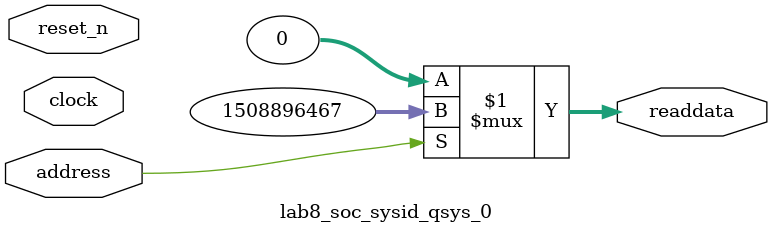
<source format=v>

`timescale 1ns / 1ps
// synthesis translate_on

// turn off superfluous verilog processor warnings 
// altera message_level Level1 
// altera message_off 10034 10035 10036 10037 10230 10240 10030 

module lab8_soc_sysid_qsys_0 (
               // inputs:
                address,
                clock,
                reset_n,

               // outputs:
                readdata
             )
;

  output  [ 31: 0] readdata;
  input            address;
  input            clock;
  input            reset_n;

  wire    [ 31: 0] readdata;
  //control_slave, which is an e_avalon_slave
  assign readdata = address ? 1508896467 : 0;

endmodule




</source>
